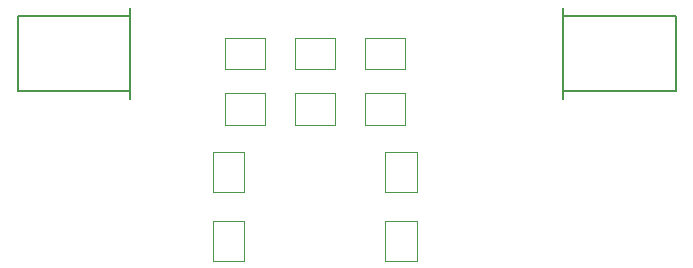
<source format=gbr>
%TF.GenerationSoftware,Altium Limited,Altium Designer,20.0.10 (225)*%
G04 Layer_Color=16711935*
%FSLAX26Y26*%
%MOIN*%
%TF.FileFunction,Other,Top_3D_Body*%
%TF.Part,Single*%
G01*
G75*
%TA.AperFunction,NonConductor*%
%ADD19C,0.007874*%
%ADD22C,0.003937*%
D19*
X3581102Y2544287D02*
Y2794287D01*
X3206299Y2544287D02*
X3581102D01*
X3206299D02*
Y2794287D01*
X3581102D01*
X3206299Y2517122D02*
Y2821453D01*
X1387401Y2544287D02*
Y2794287D01*
X1762205D01*
Y2544287D02*
Y2794287D01*
X1387401Y2544287D02*
X1762205D01*
Y2517122D02*
Y2821453D01*
D22*
X2718150Y2207358D02*
Y2341217D01*
X2611850Y2207358D02*
Y2341217D01*
X2718150D01*
X2611850Y2207358D02*
X2718150D01*
Y1977358D02*
Y2111217D01*
X2611850Y1977358D02*
Y2111217D01*
X2718150D01*
X2611850Y1977358D02*
X2718150D01*
X2143150D02*
Y2111217D01*
X2036850Y1977358D02*
Y2111217D01*
X2143150D01*
X2036850Y1977358D02*
X2143150D01*
Y2207358D02*
Y2341217D01*
X2036850Y2207358D02*
Y2341217D01*
X2143150D01*
X2036850Y2207358D02*
X2143150D01*
X2544173Y2616138D02*
X2678032D01*
X2544173Y2722437D02*
X2678032D01*
Y2616138D02*
Y2722437D01*
X2544173Y2616138D02*
Y2722437D01*
Y2431138D02*
X2678032D01*
X2544173Y2537437D02*
X2678032D01*
Y2431138D02*
Y2537437D01*
X2544173Y2431138D02*
Y2537437D01*
X2311673Y2431138D02*
X2445532D01*
X2311673Y2537437D02*
X2445532D01*
Y2431138D02*
Y2537437D01*
X2311673Y2431138D02*
Y2537437D01*
Y2616138D02*
X2445532D01*
X2311673Y2722437D02*
X2445532D01*
Y2616138D02*
Y2722437D01*
X2311673Y2616138D02*
Y2722437D01*
X2079173Y2431138D02*
X2213032D01*
X2079173Y2537437D02*
X2213032D01*
Y2431138D02*
Y2537437D01*
X2079173Y2431138D02*
Y2537437D01*
Y2616138D02*
X2213032D01*
X2079173Y2722437D02*
X2213032D01*
Y2616138D02*
Y2722437D01*
X2079173Y2616138D02*
Y2722437D01*
%TF.MD5,42726fd0d53f7a5a2353cc9cec915438*%
M02*

</source>
